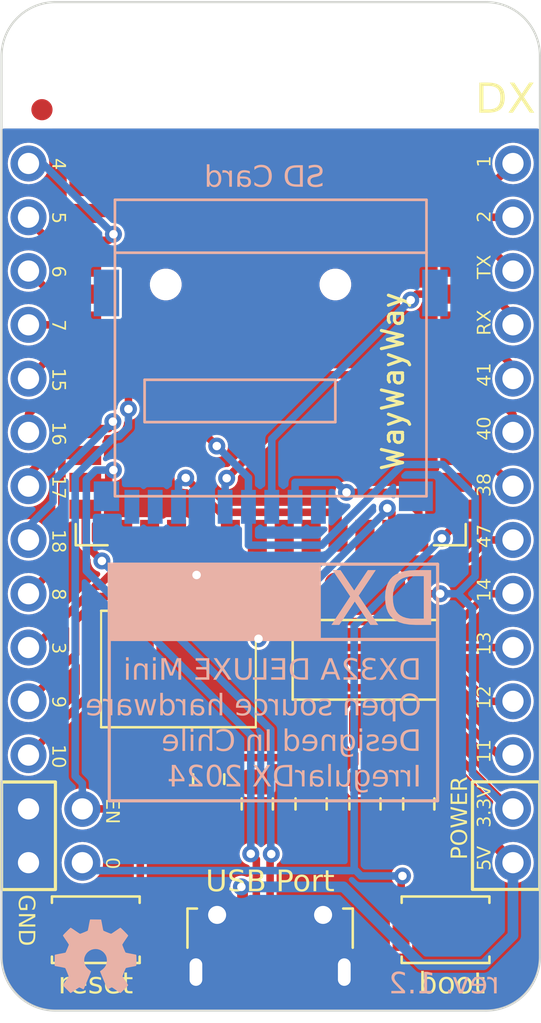
<source format=kicad_pcb>
(kicad_pcb (version 20240108) (generator "pcbnew") (generator_version "8.0")
  (layers (0 "F.Cu" signal) (31 "B.Cu" signal) (34 "B.Paste" user) (35 "F.Paste" user) (36 "B.SilkS" user "B.Silkscreen") (37 "F.SilkS" user "F.Silkscreen") (38 "B.Mask" user) (39 "F.Mask" user) (44 "Edge.Cuts" user))
  (net 0 "")
  (net 1 "/RESET")
  (net 2 "GND")
  (net 3 "+5V")
  (net 4 "+3.3V")
  (net 6 "/RGB_LED")
  (net 7 "/USB_D-")
  (net 9 "/USB_D+")
  (net 10 "/SD_MISO_DO")
  (net 11 "/SD_CS")
  (net 12 "/SD_CLK")
  (net 13 "/SD_MOSI_DI")
  (net 14 "/GPIO10")
  (net 15 "/GPIO8")
  (net 16 "/GPIO5")
  (net 17 "/GPIO6")
  (net 18 "/GPIO16")
  (net 19 "/GPIO18")
  (net 20 "/GPIO3")
  (net 21 "/GPIO4")
  (net 22 "/GPIO15")
  (net 23 "/GPIO7")
  (net 24 "/GPIO9")
  (net 25 "/GPIO17")
  (net 26 "/GPIO12")
  (net 27 "/GPIO38")
  (net 28 "/GPIO11")
  (net 29 "/IO_TX")
  (net 30 "/GPIO13")
  (net 31 "/IO_RX")
  (net 32 "/GPIO14")
  (net 33 "/GPIO41")
  (net 34 "/GPIO47")
  (net 35 "/GPIO2")
  (net 36 "/GPIO1")
  (net 37 "/GPIO40")
  (net 38 "/BOOT")
  (footprint "Capacitor_SMD:C_0805_2012Metric_Pad1.18x1.45mm_HandSolder" (layer "F.Cu") (at 197.492349 117.249849 -90)
    (property "Reference" "C2" (hide yes))
    (property "Value" "10uF" (hide yes))
    (pad "1" smd roundrect (at -1.0375 0 270) (size 1.175 1.45) (layers "F.Cu" "F.Paste" "F.Mask") (roundrect_rratio 0.2127659574) (net 3 "+5V"))
    (pad "2" smd roundrect (at 1.0375 0 270) (size 1.175 1.45) (layers "F.Cu" "F.Paste" "F.Mask") (roundrect_rratio 0.2127659574) (net 2 "GND"))
  )
  (footprint "Package_TO_SOT_SMD:SOT-223-3_TabPin2" (layer "F.Cu") (at 194.952349 110.472349 90)
    (property "Reference" "U2" (hide yes))
    (property "Value" "AMS1117-3.3" (hide yes))
    (pad "1" smd roundrect (at -3.15 -2.3 90) (size 2 1.5) (layers "F.Cu" "F.Paste" "F.Mask") (net 2 "GND"))
    (pad "2" smd roundrect (at -3.15 0 90) (size 2 1.5) (layers "F.Cu" "F.Paste" "F.Mask") (net 4 "+3.3V"))
    (pad "2" smd roundrect (at 3.15 0 90) (size 2 3.8) (layers "F.Cu" "F.Paste" "F.Mask") (net 4 "+3.3V"))
    (pad "3" smd roundrect (at -3.15 2.3 90) (size 2 1.5) (layers "F.Cu" "F.Paste" "F.Mask") (net 3 "+5V"))
  )
  (footprint "MountingHole:MountingHole_2.1mm" (layer "F.Cu") (at 201.302349 81.287349)
    (property "Reference" "anotherhole" (hide yes))
    (property "Value" "MountingHole_2.1mm" (hide yes))
    (pad "" np_thru_hole circle (at 0 0) (size 2.1 2.1) (drill 2.1) (layers "*.Cu" "*.Mask"))
  )
  (footprint "Connector_PinHeader_2.54mm:PinHeader_1x14_P2.54mm_Vertical" (layer "F.Cu") (at 201.937349 120.022349 180)
    (property "Reference" "J4" (hide yes))
    (property "Value" "GPIO - Right" (hide yes))
    (pad "1" thru_hole oval (at 0 0 180) (size 1.7 1.7) (drill 1) (layers "*.Cu" "*.Mask") (net 3 "+5V"))
    (pad "2" thru_hole oval (at 0 2.54 180) (size 1.7 1.7) (drill 1) (layers "*.Cu" "*.Mask") (net 4 "+3.3V"))
    (pad "3" thru_hole oval (at 0 5.08 180) (size 1.7 1.7) (drill 1) (layers "*.Cu" "*.Mask") (net 28 "/GPIO11"))
    (pad "4" thru_hole oval (at 0 7.62 180) (size 1.7 1.7) (drill 1) (layers "*.Cu" "*.Mask") (net 26 "/GPIO12"))
    (pad "5" thru_hole oval (at 0 10.16 180) (size 1.7 1.7) (drill 1) (layers "*.Cu" "*.Mask") (net 30 "/GPIO13"))
    (pad "6" thru_hole oval (at 0 12.7 180) (size 1.7 1.7) (drill 1) (layers "*.Cu" "*.Mask") (net 32 "/GPIO14"))
    (pad "7" thru_hole oval (at 0 15.24 180) (size 1.7 1.7) (drill 1) (layers "*.Cu" "*.Mask") (net 34 "/GPIO47"))
    (pad "8" thru_hole oval (at 0 17.78 180) (size 1.7 1.7) (drill 1) (layers "*.Cu" "*.Mask") (net 27 "/GPIO38"))
    (pad "9" thru_hole oval (at 0 20.32 180) (size 1.7 1.7) (drill 1) (layers "*.Cu" "*.Mask") (net 37 "/GPIO40"))
    (pad "10" thru_hole oval (at 0 22.86 180) (size 1.7 1.7) (drill 1) (layers "*.Cu" "*.Mask") (net 33 "/GPIO41"))
    (pad "11" thru_hole oval (at 0 25.4 180) (size 1.7 1.7) (drill 1) (layers "*.Cu" "*.Mask") (net 31 "/IO_RX"))
    (pad "12" thru_hole oval (at 0 27.94 180) (size 1.7 1.7) (drill 1) (layers "*.Cu" "*.Mask") (net 29 "/IO_TX"))
    (pad "13" thru_hole oval (at 0 30.48 180) (size 1.7 1.7) (drill 1) (layers "*.Cu" "*.Mask") (net 35 "/GPIO2"))
    (pad "14" thru_hole oval (at 0 33.02 180) (size 1.7 1.7) (drill 1) (layers "*.Cu" "*.Mask") (net 36 "/GPIO1"))
  )
  (footprint "Resistor_SMD:R_0805_2012Metric_Pad1.20x1.40mm_HandSolder" (layer "F.Cu") (at 187.579 116.078 -90)
    (property "Reference" "R1" (hide yes))
    (property "Value" "10k" (hide yes))
    (pad "1" smd roundrect (at -1 0 270) (size 1.2 1.4) (layers "F.Cu" "F.Paste" "F.Mask") (roundrect_rratio 0.2083333333) (net 4 "+3.3V"))
    (pad "2" smd roundrect (at 1 0 270) (size 1.2 1.4) (layers "F.Cu" "F.Paste" "F.Mask") (roundrect_rratio 0.2083333333) (net 1 "/RESET"))
  )
  (footprint "Capacitor_SMD:C_0805_2012Metric_Pad1.18x1.45mm_HandSolder" (layer "F.Cu") (at 192.412349 117.249849 90)
    (property "Reference" "C4" (hide yes))
    (property "Value" "10uF" (hide yes))
    (pad "1" smd roundrect (at -1.0375 0 90) (size 1.175 1.45) (layers "F.Cu" "F.Paste" "F.Mask") (roundrect_rratio 0.2127659574) (net 2 "GND"))
    (pad "2" smd roundrect (at 1.0375 0 90) (size 1.175 1.45) (layers "F.Cu" "F.Paste" "F.Mask") (roundrect_rratio 0.2127659574) (net 4 "+3.3V"))
  )
  (footprint "Capacitor_SMD:C_0805_2012Metric_Pad1.18x1.45mm_HandSolder" (layer "F.Cu") (at 189.872349 117.249849 -90)
    (property "Reference" "C1" (hide yes))
    (property "Value" "1uF" (hide yes))
    (pad "1" smd roundrect (at -1.0375 0 270) (size 1.175 1.45) (layers "F.Cu" "F.Paste" "F.Mask") (roundrect_rratio 0.2127659574) (net 1 "/RESET"))
    (pad "2" smd roundrect (at 1.0375 0 270) (size 1.175 1.45) (layers "F.Cu" "F.Paste" "F.Mask") (roundrect_rratio 0.2127659574) (net 2 "GND"))
  )
  (footprint "MountingHole:MountingHole_2.1mm" (layer "F.Cu") (at 179.712349 81.287349)
    (property "Reference" "hole" (hide yes))
    (property "Value" "MountingHole_2.1mm" (hide yes))
    (pad "" np_thru_hole circle (at 0 0) (size 2.1 2.1) (drill 2.1) (layers "*.Cu" "*.Mask"))
  )
  (footprint "Capacitor_SMD:C_0805_2012Metric_Pad1.18x1.45mm_HandSolder" (layer "F.Cu") (at 194.952349 117.249849 -90)
    (property "Reference" "C3" (hide yes))
    (property "Value" "10uF" (hide yes))
    (pad "1" smd roundrect (at -1.0375 0 270) (size 1.175 1.45) (layers "F.Cu" "F.Paste" "F.Mask") (roundrect_rratio 0.2127659574) (net 4 "+3.3V"))
    (pad "2" smd roundrect (at 1.0375 0 270) (size 1.175 1.45) (layers "F.Cu" "F.Paste" "F.Mask") (roundrect_rratio 0.2127659574) (net 2 "GND"))
  )
  (footprint "Button_Switch_SMD:SW_Push_SPST_NO_Alps_SKRK" (layer "F.Cu") (at 182.252349 123.19 180)
    (property "Reference" "SW1" (hide yes))
    (property "Value" "reset" (hide yes))
    (fp_text user "reset" (at 1.778 -3.175 0) (layer "F.SilkS") (effects (font (thickness 0.1)) (justify left bottom)))
    (pad "1" smd roundrect (at -2.1 0 180) (size 0.8 2) (layers "F.Cu" "F.Paste" "F.Mask") (net 1 "/RESET"))
    (pad "2" smd roundrect (at 2.1 0 180) (size 0.8 2) (layers "F.Cu" "F.Paste" "F.Mask") (net 2 "GND"))
  )
  (footprint "LED_SMD:LED_WS2812B_PLCC4_5.0x5.0mm_P3.2mm" (layer "F.Cu") (at 186.152349 110.877349)
    (property "Reference" "D1" (hide yes))
    (property "Value" "WS2812B" (hide yes))
    (fp_text user "RGB Led" (at -2.54 -3.048 0) (layer "F.SilkS") (effects (font (thickness 0.1)) (justify left bottom)))
    (pad "1" smd rect (at -2.45 -1.65) (size 1.5 0.9) (layers "F.Cu" "F.Paste" "F.Mask") (net 4 "+3.3V"))
    (pad "2" smd rect (at -2.45 1.65) (size 1.5 0.9) (layers "F.Cu" "F.Paste" "F.Mask"))
    (pad "3" smd rect (at 2.45 1.65) (size 1.5 0.9) (layers "F.Cu" "F.Paste" "F.Mask") (net 2 "GND"))
    (pad "4" smd rect (at 2.45 -1.65) (size 1.5 0.9) (layers "F.Cu" "F.Paste" "F.Mask") (net 6 "/RGB_LED"))
  )
  (footprint "Fiducial:Fiducial_1mm_Mask2mm" (layer "F.Cu") (at 179.712349 84.462349)
    (property "Reference" "fid" (hide yes))
    (property "Value" "Fiducial_1mm_Mask2mm" (hide yes))
    (pad "" smd circle (at 0 0) (size 1 1) (layers "F.Cu" "F.Mask") (clearance 0.5))
  )
  (footprint "Connector_PinHeader_2.54mm:PinHeader_1x02_P2.54mm_Vertical" (layer "F.Cu") (at 181.617349 117.482349)
    (property "Reference" "J5" (hide yes))
    (property "Value" "Reset and Boot pins" (hide yes))
    (pad "1" thru_hole oval (at 0 0) (size 1.7 1.7) (drill 1) (layers "*.Cu" "*.Mask") (net 1 "/RESET"))
    (pad "2" thru_hole oval (at 0 2.54) (size 1.7 1.7) (drill 1) (layers "*.Cu" "*.Mask") (net 38 "/BOOT"))
  )
  (footprint "Connector_PinHeader_2.54mm:PinHeader_1x14_P2.54mm_Vertical" (layer "F.Cu") (at 179.077349 87.002349)
    (property "Reference" "J3" (hide yes))
    (property "Value" "GPIO - Left" (hide yes))
    (pad "1" thru_hole oval (at 0 0) (size 1.7 1.7) (drill 1) (layers "*.Cu" "*.Mask") (net 21 "/GPIO4"))
    (pad "2" thru_hole oval (at 0 2.54) (size 1.7 1.7) (drill 1) (layers "*.Cu" "*.Mask") (net 16 "/GPIO5"))
    (pad "3" thru_hole oval (at 0 5.08) (size 1.7 1.7) (drill 1) (layers "*.Cu" "*.Mask") (net 17 "/GPIO6"))
    (pad "4" thru_hole oval (at 0 7.62) (size 1.7 1.7) (drill 1) (layers "*.Cu" "*.Mask") (net 23 "/GPIO7"))
    (pad "5" thru_hole oval (at 0 10.16) (size 1.7 1.7) (drill 1) (layers "*.Cu" "*.Mask") (net 22 "/GPIO15"))
    (pad "6" thru_hole oval (at 0 12.7) (size 1.7 1.7) (drill 1) (layers "*.Cu" "*.Mask") (net 18 "/GPIO16"))
    (pad "7" thru_hole oval (at 0 15.24) (size 1.7 1.7) (drill 1) (layers "*.Cu" "*.Mask") (net 25 "/GPIO17"))
    (pad "8" thru_hole oval (at 0 17.78) (size 1.7 1.7) (drill 1) (layers "*.Cu" "*.Mask") (net 19 "/GPIO18"))
    (pad "9" thru_hole oval (at 0 20.32) (size 1.7 1.7) (drill 1) (layers "*.Cu" "*.Mask") (net 15 "/GPIO8"))
    (pad "10" thru_hole oval (at 0 22.86) (size 1.7 1.7) (drill 1) (layers "*.Cu" "*.Mask") (net 20 "/GPIO3"))
    (pad "11" thru_hole oval (at 0 25.4) (size 1.7 1.7) (drill 1) (layers "*.Cu" "*.Mask") (net 24 "/GPIO9"))
    (pad "12" thru_hole oval (at 0 27.94) (size 1.7 1.7) (drill 1) (layers "*.Cu" "*.Mask") (net 14 "/GPIO10"))
    (pad "13" thru_hole oval (at 0 30.48) (size 1.7 1.7) (drill 1) (layers "*.Cu" "*.Mask") (net 2 "GND"))
    (pad "14" thru_hole oval (at 0 33.02) (size 1.7 1.7) (drill 1) (layers "*.Cu" "*.Mask") (net 2 "GND"))
  )
  (footprint "RF_Module:ESP32-S3-WROOM-1" (layer "F.Cu") (at 190.507349 92.082349)
    (property "Reference" "U1" (hide yes))
    (property "Value" "ESP32-S3-WROOM-1" (hide yes))
    (pad "1" smd rect (at -8.75 -5.26) (size 1.5 0.9) (layers "F.Cu" "F.Paste" "F.Mask") (net 2 "GND"))
    (pad "2" smd rect (at -8.75 -3.99) (size 1.5 0.9) (layers "F.Cu" "F.Paste" "F.Mask") (net 4 "+3.3V"))
    (pad "3" smd rect (at -8.75 -2.72) (size 1.5 0.9) (layers "F.Cu" "F.Paste" "F.Mask") (net 1 "/RESET"))
    (pad "4" smd rect (at -8.75 -1.45) (size 1.5 0.9) (layers "F.Cu" "F.Paste" "F.Mask") (net 21 "/GPIO4"))
    (pad "5" smd rect (at -8.75 -0.18) (size 1.5 0.9) (layers "F.Cu" "F.Paste" "F.Mask") (net 16 "/GPIO5"))
    (pad "6" smd rect (at -8.75 1.09) (size 1.5 0.9) (layers "F.Cu" "F.Paste" "F.Mask") (net 17 "/GPIO6"))
    (pad "7" smd rect (at -8.75 2.36) (size 1.5 0.9) (layers "F.Cu" "F.Paste" "F.Mask") (net 23 "/GPIO7"))
    (pad "8" smd rect (at -8.75 3.63) (size 1.5 0.9) (layers "F.Cu" "F.Paste" "F.Mask") (net 22 "/GPIO15"))
    (pad "9" smd rect (at -8.75 4.9) (size 1.5 0.9) (layers "F.Cu" "F.Paste" "F.Mask") (net 18 "/GPIO16"))
    (pad "10" smd rect (at -8.75 6.17) (size 1.5 0.9) (layers "F.Cu" "F.Paste" "F.Mask") (net 25 "/GPIO17"))
    (pad "11" smd rect (at -8.75 7.44) (size 1.5 0.9) (layers "F.Cu" "F.Paste" "F.Mask") (net 19 "/GPIO18"))
    (pad "12" smd rect (at -8.75 8.71) (size 1.5 0.9) (layers "F.Cu" "F.Paste" "F.Mask") (net 15 "/GPIO8"))
    (pad "13" smd rect (at -8.75 9.98) (size 1.5 0.9) (layers "F.Cu" "F.Paste" "F.Mask") (net 7 "/USB_D-"))
    (pad "14" smd rect (at -8.75 11.25 180) (size 1.5 0.9) (layers "F.Cu" "F.Paste" "F.Mask") (net 9 "/USB_D+"))
    (pad "15" smd rect (at -6.985 12.5 270) (size 1.5 0.9) (layers "F.Cu" "F.Paste" "F.Mask") (net 20 "/GPIO3"))
    (pad "16" smd rect (at -5.715 12.5 270) (size 1.5 0.9) (layers "F.Cu" "F.Paste" "F.Mask"))
    (pad "17" smd rect (at -4.445 12.5 270) (size 1.5 0.9) (layers "F.Cu" "F.Paste" "F.Mask") (net 24 "/GPIO9"))
    (pad "18" smd rect (at -3.175 12.5 270) (size 1.5 0.9) (layers "F.Cu" "F.Paste" "F.Mask") (net 14 "/GPIO10"))
    (pad "19" smd rect (at -1.905 12.5 270) (size 1.5 0.9) (layers "F.Cu" "F.Paste" "F.Mask") (net 28 "/GPIO11"))
    (pad "20" smd rect (at -0.635 12.5 270) (size 1.5 0.9) (layers "F.Cu" "F.Paste" "F.Mask") (net 26 "/GPIO12"))
    (pad "21" smd rect (at 0.635 12.5 270) (size 1.5 0.9) (layers "F.Cu" "F.Paste" "F.Mask") (net 30 "/GPIO13"))
    (pad "22" smd rect (at 1.905 12.5 270) (size 1.5 0.9) (layers "F.Cu" "F.Paste" "F.Mask") (net 32 "/GPIO14"))
    (pad "23" smd rect (at 3.175 12.5 270) (size 1.5 0.9) (layers "F.Cu" "F.Paste" "F.Mask") (net 10 "/SD_MISO_DO"))
    (pad "24" smd rect (at 4.445 12.5 270) (size 1.5 0.9) (layers "F.Cu" "F.Paste" "F.Mask") (net 34 "/GPIO47"))
    (pad "25" smd rect (at 5.715 12.5 270) (size 1.5 0.9) (layers "F.Cu" "F.Paste" "F.Mask") (net 6 "/RGB_LED"))
    (pad "26" smd rect (at 6.985 12.5 270) (size 1.5 0.9) (layers "F.Cu" "F.Paste" "F.Mask") (net 11 "/SD_CS"))
    (pad "27" smd rect (at 8.75 11.25) (size 1.5 0.9) (layers "F.Cu" "F.Paste" "F.Mask") (net 38 "/BOOT"))
    (pad "28" smd rect (at 8.75 9.98) (size 1.5 0.9) (layers "F.Cu" "F.Paste" "F.Mask"))
    (pad "29" smd rect (at 8.75 8.71) (size 1.5 0.9) (layers "F.Cu" "F.Paste" "F.Mask"))
    (pad "30" smd rect (at 8.75 7.44) (size 1.5 0.9) (layers "F.Cu" "F.Paste" "F.Mask"))
    (pad "31" smd rect (at 8.75 6.17) (size 1.5 0.9) (layers "F.Cu" "F.Paste" "F.Mask") (net 27 "/GPIO38"))
    (pad "32" smd rect (at 8.75 4.9) (size 1.5 0.9) (layers "F.Cu" "F.Paste" "F.Mask") (net 12 "/SD_CLK"))
    (pad "33" smd rect (at 8.75 3.63) (size 1.5 0.9) (layers "F.Cu" "F.Paste" "F.Mask") (net 37 "/GPIO40"))
    (pad "34" smd rect (at 8.75 2.36) (size 1.5 0.9) (layers "F.Cu" "F.Paste" "F.Mask") (net 33 "/GPIO41"))
    (pad "35" smd rect (at 8.75 1.09) (size 1.5 0.9) (layers "F.Cu" "F.Paste" "F.Mask") (net 13 "/SD_MOSI_DI"))
    (pad "36" smd rect (at 8.75 -0.18) (size 1.5 0.9) (layers "F.Cu" "F.Paste" "F.Mask") (net 31 "/IO_RX"))
    (pad "37" smd rect (at 8.75 -1.45) (size 1.5 0.9) (layers "F.Cu" "F.Paste" "F.Mask") (net 29 "/IO_TX"))
    (pad "38" smd rect (at 8.75 -2.72) (size 1.5 0.9) (layers "F.Cu" "F.Paste" "F.Mask") (net 35 "/GPIO2"))
    (pad "39" smd rect (at 8.75 -3.99) (size 1.5 0.9) (layers "F.Cu" "F.Paste" "F.Mask") (net 36 "/GPIO1"))
    (pad "40" smd rect (at 8.75 -5.26) (size 1.5 0.9) (layers "F.Cu" "F.Paste" "F.Mask") (net 2 "GND"))
    (pad "41" smd rect (at -1.5 2.46 270) (size 3.9 3.9) (layers "F.Cu" "F.Mask") (net 2 "GND"))
    (zone (net 0) (net_name "") (layers "F.Cu" "In1.Cu" "B.Cu") (connect_pads (clearance 0)) (min_thickness 0.254)
      (keepout (tracks not_allowed) (vias not_allowed) (pads not_allowed) (copperpour not_allowed) (footprints not_allowed))
      (fill (thermal_gap 0.508) (thermal_bridge_width 0.508))
      (polygon (pts (xy 181.617349 85.332349) (xy 199.397349 85.332349) (xy 199.397349 79.382349) (xy 181.617349 79.382349)))
    )
  )
  (footprint "Button_Switch_SMD:SW_Push_SPST_NO_Alps_SKRK" (layer "F.Cu") (at 198.755 123.19)
    (property "Reference" "SW2" (hide yes))
    (property "Value" "boot" (hide yes))
    (fp_text user "boot" (at -1.277349 3.175 0) (layer "F.SilkS") (effects (font (thickness 0.1)) (justify left bottom)))
    (pad "1" smd roundrect (at -2.1 0) (size 0.8 2) (layers "F.Cu" "F.Paste" "F.Mask") (net 38 "/BOOT"))
    (pad "2" smd roundrect (at 2.1 0) (size 0.8 2) (layers "F.Cu" "F.Paste" "F.Mask") (net 2 "GND"))
  )
  (footprint "Connector_USB:USB_Micro-B_Molex-105017-0001" (layer "F.Cu") (at 190.477349 123.952)
    (property "Reference" "J1" (hide yes))
    (property "Value" "USB_B_Micro" (hide yes))
    (fp_text user "USB Port" (at 0 -2.413 0) (layer "F.SilkS") (effects (font (thickness 0.1)) (justify bottom)))
    (pad "1" smd rect (at -1.3 -1.4625) (size 0.4 1.35) (layers "F.Cu" "F.Paste" "F.Mask") (net 3 "+5V"))
    (pad "2" smd rect (at -0.65 -1.4625) (size 0.4 1.35) (layers "F.Cu" "F.Paste" "F.Mask") (net 7 "/USB_D-"))
    (pad "3" smd rect (at 0 -1.4625) (size 0.4 1.35) (layers "F.Cu" "F.Paste" "F.Mask") (net 9 "/USB_D+"))
    (pad "4" smd rect (at 0.65 -1.4625) (size 0.4 1.35) (layers "F.Cu" "F.Paste" "F.Mask"))
    (pad "5" smd rect (at 1.3 -1.4625) (size 0.4 1.35) (layers "F.Cu" "F.Paste" "F.Mask") (net 2 "GND"))
    (pad "6" thru_hole oval (at -3.5 1.2375 180) (size 1.2 1.9) (drill oval 0.6 1.3) (layers "*.Cu" "*.Mask") (net 2 "GND"))
    (pad "6" smd rect (at -2.9 1.2375) (size 1.2 1.9) (layers "F.Cu" "F.Mask") (net 2 "GND"))
    (pad "6" thru_hole circle (at -2.5 -1.4625) (size 1.45 1.45) (drill 0.85) (layers "*.Cu" "*.Mask") (net 2 "GND"))
    (pad "6" smd rect (at -1 1.2375) (size 1.5 1.9) (layers "F.Cu" "F.Paste" "F.Mask") (net 2 "GND"))
    (pad "6" smd rect (at 1 1.2375) (size 1.5 1.9) (layers "F.Cu" "F.Paste" "F.Mask") (net 2 "GND"))
    (pad "6" thru_hole circle (at 2.5 -1.4625) (size 1.45 1.45) (drill 0.85) (layers "*.Cu" "*.Mask") (net 2 "GND"))
    (pad "6" smd rect (at 2.9 1.2375) (size 1.2 1.9) (layers "F.Cu" "F.Mask") (net 2 "GND"))
    (pad "6" thru_hole oval (at 3.5 1.2375) (size 1.2 1.9) (drill oval 0.6 1.3) (layers "*.Cu" "*.Mask") (net 2 "GND"))
  )
  (footprint "LOGO" (layer "B.Cu") (at 182.252349 124.467349 180)
    (property "Reference" "G***" (hide yes))
    (property "Value" "LOGO" (hide yes))
  )
  (footprint "112J-TDAR-R01:112J-TDAR-R01" (layer "B.Cu") (at 185.555349 92.717349)
    (property "Reference" "J2" (hide yes))
    (property "Value" "MicroSD Card" (hide yes))
    (pad "" np_thru_hole circle (at 0 0) (size 1 1) (drill 1) (layers "*.Cu" "*.Mask"))
    (pad "" np_thru_hole circle (at 8 0) (size 1 1) (drill 1) (layers "*.Cu" "*.Mask"))
    (pad "1" smd rect (at 7.2 10.5) (size 0.7 1.6) (layers "B.Cu" "B.Paste" "B.Mask"))
    (pad "2" smd rect (at 6.1 10.5) (size 0.7 1.6) (layers "B.Cu" "B.Paste" "B.Mask") (net 11 "/SD_CS"))
    (pad "3" smd rect (at 5 10.5) (size 0.7 1.6) (layers "B.Cu" "B.Paste" "B.Mask") (net 13 "/SD_MOSI_DI"))
    (pad "4" smd rect (at 3.9 10.5) (size 0.7 1.6) (layers "B.Cu" "B.Paste" "B.Mask") (net 4 "+3.3V"))
    (pad "5" smd rect (at 2.8 10.5) (size 0.7 1.6) (layers "B.Cu" "B.Paste" "B.Mask") (net 12 "/SD_CLK"))
    (pad "6" smd rect (at 1.7 10.5) (size 0.7 1.6) (layers "B.Cu" "B.Paste" "B.Mask") (net 2 "GND"))
    (pad "7" smd rect (at 0.6 10.5) (size 0.7 1.6) (layers "B.Cu" "B.Paste" "B.Mask") (net 10 "/SD_MISO_DO"))
    (pad "8" smd rect (at -0.5 10.5) (size 0.7 1.6) (layers "B.Cu" "B.Paste" "B.Mask"))
    (pad "CD" smd rect (at -1.6 10.5) (size 0.7 1.6) (layers "B.Cu" "B.Paste" "B.Mask"))
    (pad "G" smd rect (at -2.8 10) (size 1.2 1.4) (layers "B.Cu" "B.Paste" "B.Mask"))
    (pad "P$10" smd rect (at 11.8 10) (size 1.6 1.4) (layers "B.Cu" "B.Paste" "B.Mask"))
    (pad "P$11" smd rect (at -2.8 0.4) (size 1.2 2.2) (layers "B.Cu" "B.Paste" "B.Mask"))
    (pad "P$12" smd rect (at 12.7 0.4) (size 1.2 2.2) (layers "B.Cu" "B.Paste" "B.Mask"))
  )
  (gr_line (start 198.381349 105.925349) (end 192.793349 105.925349) (stroke (width 0.15)) (layer "B.SilkS"))
  (gr_line (start 198.381349 117.101349) (end 182.887349 117.101349) (stroke (width 0.15)) (layer "B.SilkS"))
  (gr_line (start 182.887349 117.101349) (end 182.887349 109.481349) (stroke (width 0.15)) (layer "B.SilkS"))
  (gr_rect (start 182.887349 105.925349) (end 192.793349 109.481349) (stroke (width 0.15)) (fill none) (layer "B.SilkS"))
  (gr_line (start 198.381349 109.735349) (end 198.381349 105.925349) (stroke (width 0.15)) (layer "B.SilkS"))
  (gr_line (start 183.141349 109.481349) (end 198.381349 109.481349) (stroke (width 0.15)) (layer "B.SilkS"))
  (gr_line (start 192.793349 105.925349) (end 192.793349 109.481349) (stroke (width 0.15)) (layer "B.SilkS"))
  (gr_line (start 192.793349 109.481349) (end 198.381349 109.481349) (stroke (width 0.15)) (layer "B.SilkS"))
  (gr_line (start 198.381349 109.735349) (end 198.381349 117.101349) (stroke (width 0.15)) (layer "B.SilkS"))
  (gr_line (start 200.025 116.205) (end 200.025 121.285) (stroke (width 0.15)) (layer "F.SilkS"))
  (gr_line (start 200.025 121.285) (end 203.2 121.285) (stroke (width 0.15)) (layer "F.SilkS"))
  (gr_rect (start 177.807349 116.212349) (end 180.347349 121.292349) (stroke (width 0.15)) (fill none) (layer "F.SilkS"))
  (gr_line (start 203.2 121.285) (end 203.2 116.205) (stroke (width 0.15)) (layer "F.SilkS"))
  (gr_line (start 200.66 116.205) (end 200.025 116.205) (stroke (width 0.15)) (layer "F.SilkS"))
  (gr_rect (start 177.807349 116.212349) (end 180.347349 116.212349) (stroke (width 0.15)) (fill none) (layer "F.SilkS"))
  (gr_line (start 203.2 116.205) (end 200.66 116.205) (stroke (width 0.15)) (layer "F.SilkS"))
  (gr_line (start 177.807349 81.922349) (end 177.807349 124.467349) (stroke (width 0.1)) (layer "Edge.Cuts"))
  (gr_arc (start 177.807349 81.922349) (mid 178.551298 80.126298) (end 180.347349 79.382349) (stroke (width 0.1)) (layer "Edge.Cuts"))
  (gr_arc (start 200.667349 79.382349) (mid 202.4634 80.126298) (end 203.207349 81.922349) (stroke (width 0.1)) (layer "Edge.Cuts"))
  (gr_arc (start 180.347349 127.007349) (mid 178.551298 126.2634) (end 177.807349 124.467349) (stroke (width 0.1)) (layer "Edge.Cuts"))
  (gr_line (start 203.207349 124.467349) (end 203.207349 81.922349) (stroke (width 0.1)) (layer "Edge.Cuts"))
  (gr_line (start 200.667349 79.382349) (end 180.347349 79.382349) (stroke (width 0.1)) (layer "Edge.Cuts"))
  (gr_line (start 180.347349 127.007349) (end 200.667349 127.007349) (stroke (width 0.1)) (layer "Edge.Cuts"))
  (gr_arc (start 203.207349 124.467349) (mid 202.4634 126.2634) (end 200.667349 127.007349) (stroke (width 0.1)) (layer "Edge.Cuts"))
  (gr_text "DX" (at 195.841349 109.227349 0) (layer "B.SilkS") (effects (font (size 2.54 2.54) (thickness 0.15) (italic yes)) (justify bottom mirror)))
  (gr_text "DX32A DELUXE Mini \nOpen source hardware\nDesigned In Chile\nIrregularDX 2024" (at 197.619349 116.593349 0) (layer "B.SilkS") (effects (font (size 1 1)) (justify left bottom mirror)))
  (gr_text "SD Card" (at 193.047349 88.272349 0) (layer "B.SilkS") (effects (font (size 1 1)) (justify left bottom mirror)))
  (gr_text "rev. 1.2" (at 201.295 126.365 0) (layer "B.SilkS") (effects (font (size 1 1)) (justify left bottom mirror)))
  (gr_text "RX" (at 200.984798 95.130349 90) (layer "F.SilkS") (effects (font (size 0.635 0.635) (thickness 0.127)) (justify left bottom)))
  (gr_text "WayWayWay" (at 196.857349 101.607349 90) (layer "F.SilkS") (effects (font (size 1 1)) (justify left bottom)))
  (gr_text "47" (at 200.984798 105.163349 90) (layer "F.SilkS") (effects (font (size 0.635 0.635) (thickness 0.127)) (justify left bottom)))
  (gr_text "DX" (at 200.159349 84.843349 0) (layer "F.SilkS") (effects (font (size 1.397 1.397) (thickness 0.15) (italic yes)) (justify left bottom)))
  (gr_text "15" (at 180.093349 96.654349 270) (layer "F.SilkS") (effects (font (size 0.635 0.635) (thickness 0.127)) (justify left bottom)))
  (gr_text "7" (at 180.093349 94.368349 270) (layer "F.SilkS") (effects (font (size 0.635 0.635) (thickness 0.127)) (justify left bottom)))
  (gr_text "TX" (at 200.984798 92.463349 90) (layer "F.SilkS") (effects (font (size 0.635 0.635) (thickness 0.127)) (justify left bottom)))
  (gr_text "3" (at 180.093349 109.608349 270) (layer "F.SilkS") (effects (font (size 0.635 0.635) (thickness 0.127)) (justify left bottom)))
  (gr_text "14" (at 200.984798 107.703349 90) (layer "F.SilkS") (effects (font (size 0.635 0.635) (thickness 0.127)) (justify left bottom)))
  (gr_text "13" (at 200.984798 110.243349 90) (layer "F.SilkS") (effects (font (size 0.635 0.635) (thickness 0.127)) (justify left bottom)))
  (gr_text "4" (at 180.093349 86.748349 270) (layer "F.SilkS") (effects (font (size 0.635 0.635) (thickness 0.127)) (justify left bottom)))
  (gr_text "GND" (at 178.492622 121.521536 270) (layer "F.SilkS") (effects (font (size 0.762 0.762) (thickness 0.127)) (justify left bottom)))
  (gr_text "0\n" (at 182.633349 119.768349 270) (layer "F.SilkS") (effects (font (size 0.635 0.635) (thickness 0.127)) (justify left bottom)))
  (gr_text "41\n" (at 200.984798 97.543349 90) (layer "F.SilkS") (effects (font (size 0.635 0.635) (thickness 0.127)) (justify left bottom)))
  (gr_text "38" (at 200.984798 102.750349 90) (layer "F.SilkS") (effects (font (size 0.635 0.635) (thickness 0.127)) (justify left bottom)))
  (gr_text "5" (at 180.093349 89.288349 270) (layer "F.SilkS") (effects (font (size 0.635 0.635) (thickness 0.127)) (justify left bottom)))
  (gr_text "12" (at 200.984798 112.783349 90) (layer "F.SilkS") (effects (font (size 0.635 0.635) (thickness 0.127)) (justify left bottom)))
  (gr_text "10\n" (at 180.093349 114.434349 270) (layer "F.SilkS") (effects (font (size 0.635 0.635) (thickness 0.127)) (justify left bottom)))
  (gr_text "9" (at 180.093349 112.148349 270) (layer "F.SilkS") (effects (font (size 0.635 0.635) (thickness 0.127)) (justify left bottom)))
  (gr_text "8" (at 180.093349 107.068349 270) (layer "F.SilkS") (effects (font (size 0.635 0.635) (thickness 0.127)) (justify left bottom)))
  (gr_text "POWER" (at 199.898 119.888 90) (layer "F.SilkS") (effects (font (size 0.762 0.762) (thickness 0.127)) (justify left bottom)))
  (gr_text "18" (at 180.093349 104.274349 270) (layer "F.SilkS") (effects (font (size 0.635 0.635) (thickness 0.127)) (justify left bottom)))
  (gr_text "16\n" (at 180.093349 99.194349 270) (layer "F.SilkS") (effects (font (size 0.635 0.635) (thickness 0.127)) (justify left bottom)))
  (gr_text "3.3V\n" (at 200.984798 118.371349 90) (layer "F.SilkS") (effects (font (size 0.635 0.635) (thickness 0.127)) (justify left bottom)))
  (gr_text "40\n" (at 200.984798 100.083349 90) (layer "F.SilkS") (effects (font (size 0.635 0.635) (thickness 0.127)) (justify left bottom)))
  (gr_text "11" (at 200.984798 115.323349 90) (layer "F.SilkS") (effects (font (size 0.635 0.635) (thickness 0.127)) (justify left bottom)))
  (gr_text "17\n" (at 180.093349 101.734349 270) (layer "F.SilkS") (effects (font (size 0.635 0.635) (thickness 0.127)) (justify left bottom)))
  (gr_text "6" (at 180.093349 91.828349 270) (layer "F.SilkS") (effects (font (size 0.635 0.635) (thickness 0.127)) (justify left bottom)))
  (gr_text "1" (at 200.984798 87.192536 90) (layer "F.SilkS") (effects (font (size 0.635 0.635) (thickness 0.127)) (justify left bottom)))
  (gr_text "5V\n" (at 200.984798 120.403349 90) (layer "F.SilkS") (effects (font (size 0.635 0.635) (thickness 0.127)) (justify left bottom)))
  (gr_text "2" (at 200.984798 89.796349 90) (layer "F.SilkS") (effects (font (size 0.635 0.635) (thickness 0.127)) (justify left bottom)))
  (gr_text "EN\n" (at 182.633349 116.974349 270) (layer "F.SilkS") (effects (font (size 0.635 0.635) (thickness 0.127)) (justify left bottom)))
  (segment (start 188.444651 116.212349) (end 187.579 117.078) (width 0.3556) (layer "F.Cu") (net 1))
  (segment (start 184.352349 123.19) (end 184.352349 118.847349) (width 0.3556) (layer "F.Cu") (net 1))
  (segment (start 181.757349 89.362349) (end 183.158149 89.362349) (width 0.3556) (layer "F.Cu") (net 1))
  (segment (start 189.872349 116.212349) (end 188.444651 116.212349) (width 0.3556) (layer "F.Cu") (net 1))
  (segment (start 186.952651 118.847349) (end 184.352349 118.847349) (width 0.3556) (layer "F.Cu") (net 1))
  (segment (start 187.579 117.078) (end 187.579 118.221) (width 0.3556) (layer "F.Cu") (net 1))
  (segment (start 183.793049 89.997249) (end 183.793049 98.598949) (width 0.3556) (layer "F.Cu") (net 1))
  (segment (start 183.158149 89.362349) (end 183.793049 89.997249) (width 0.3556) (layer "F.Cu") (net 1))
  (segment (start 187.579 118.221) (end 186.952651 118.847349) (width 0.3556) (layer "F.Cu") (net 1))
  (segment (start 184.187949 118.847349) (end 184.352349 118.847349) (width 0.3556) (layer "F.Cu") (net 1))
  (segment (start 182.822949 117.482349) (end 184.187949 118.847349) (width 0.3556) (layer "F.Cu") (net 1))
  (segment (start 181.617349 117.482349) (end 182.822949 117.482349) (width 0.3556) (layer "F.Cu") (net 1))
  (via (at 183.793049 98.598949) (size 0.8) (drill 0.4) (layers "F.Cu" "B.Cu") (net 1))
  (segment (start 183.350549 99.898749) (end 183.793049 99.456249) (width 0.3556) (layer "B.Cu") (net 1))
  (segment (start 181.280949 101.768049) (end 183.150249 99.898749) (width 0.3556) (layer "B.Cu") (net 1))
  (segment (start 183.793049 99.456249) (end 183.793049 98.598949) (width 0.3556) (layer "B.Cu") (net 1))
  (segment (start 183.150249 99.898749) (end 183.350549 99.898749) (width 0.3556) (layer "B.Cu") (net 1))
  (segment (start 181.617349 116.276749) (end 181.280949 115.940349) (width 0.3556) (layer "B.Cu") (net 1))
  (segment (start 181.617349 117.482349) (end 181.617349 116.276749) (width 0.3556) (layer "B.Cu") (net 1))
  (segment (start 181.280949 115.940349) (end 181.280949 101.768049) (width 0.3556) (layer "B.Cu") (net 1))
  (segment (start 193.977349 125.102349) (end 193.377349 125.102349) (width 0.3556) (layer "F.Cu") (net 2))
  (segment (start 189.007349 95.242349) (end 189.007349 94.542349) (width 0.3556) (layer "F.Cu") (net 2))
  (segment (start 188.307349 95.942349) (end 187.607349 95.242349) (width 0.3556) (layer "F.Cu") (net 2))
  (segment (start 190.407349 93.842349) (end 189.707349 94.542349) (width 0.3556) (layer "F.Cu") (net 2))
  (segment (start 188.307349 94.542349) (end 189.007349 94.542349) (width 0.3556) (layer "F.Cu") (net 2))
  (segment (start 189.007349 94.542349) (end 189.707349 94.542349) (width 0.3556) (layer "F.Cu") (net 2))
  (segment (start 188.307349 94.542349) (end 187.607349 93.842349) (width 0.3556) (layer "F.Cu") (net 2))
  (segment (start 189.007349 94.542349) (end 189.007349 93.842349) (width 0.3556) (layer "F.Cu") (net 2))
  (segment (start 193.377349 125.704849) (end 193.377349 125.096749) (width 0.3556) (layer "F.Cu") (net 2))
  (segment (start 192.977349 122.802349) (end 192.977349 122.402349) (width 0.3556) (layer "F.Cu") (net 2))
  (segment (start 192.977349 118.852349) (end 192.412349 118.287349) (width 0.3556) (layer "F.Cu") (net 2))
  (segment (start 191.477349 125.704849) (end 191.185449 125.704849) (width 0.3556) (layer "F.Cu") (net 2))
  (segment (start 179.077349 117.482349) (end 179.077349 116.712749) (width 0.3556) (layer "F.Cu") (net 2))
  (via (at 187.007749 106.436149) (size 0.8) (drill 0.4) (layers "F.Cu" "B.Cu") (net 2))
  (segment (start 187.977349 122.796749) (end 187.977349 122.402349) (width 0.3556) (layer "B.Cu") (net 2))
  (segment (start 189.177349 121.220149) (end 189.122549 121.165349) (width 0.3556) (layer "F.Cu") (net 3))
  (segment (start 189.177349 122.4895) (end 189.177349 121.220149) (width 0.508) (layer "F.Cu") (net 3))
  (segment (start 197.252349 113.622349) (end 197.252349 115.972349) (width 0.508) (layer "F.Cu") (net 3))
  (segment (start 198.127349 116.212349) (end 201.937349 120.022349) (width 0.508) (layer "F.Cu") (net 3))
  (segment (start 197.252349 115.972349) (end 197.492349 116.212349) (width 0.508) (layer "F.Cu") (net 3))
  (via (at 189.122549 121.165349) (size 0.8) (drill 0.4) (layers "F.Cu" "B.Cu") (net 3))
  (segment (start 197.612 124.841) (end 200.547698 124.841) (width 0.508) (layer "B.Cu") (net 3))
  (segment (start 189.122549 121.165349) (end 193.936349 121.165349) (width 0.508) (layer "B.Cu") (net 3))
  (segment (start 201.937349 123.451349) (end 201.937349 120.022349) (width 0.508) (layer "B.Cu") (net 3))
  (segment (start 200.547698 124.841) (end 201.937349 123.451349) (width 0.508) (layer "B.Cu") (net 3))
  (segment (start 193.936349 121.165349) (end 197.612 124.841) (width 0.508) (layer "B.Cu") (net 3))
  (segment (start 199.170449 114.842449) (end 199.170449 113.561749) (width 0.3556) (layer "F.Cu") (net 4))
  (segment (start 184.277349 96.662249) (end 184.277349 89.506749) (width 0.3556) (layer "F.Cu") (net 4))
  (segment (start 187.375 115.062) (end 184.807949 112.494949) (width 0.3556) (layer "F.Cu") (net 4))
  (segment (start 184.807949 109.227349) (end 183.702349 109.227349) (width 0.3556) (layer "F.Cu") (net 4))
  (segment (start 201.937349 117.482349) (end 201.810349 117.482349) (width 0.3556) (layer "F.Cu") (net 4))
  (segment (start 184.807949 112.494949) (end 184.807949 109.227349) (width 0.3556) (layer "F.Cu") (net 4))
  (segment (start 187.961949 100.346849) (end 184.277349 96.662249) (width 0.3556) (layer "F.Cu") (net 4))
  (segment (start 181.757349 88.092349) (end 182.862949 88.092349) (width 0.3556) (layer "F.Cu") (net 4))
  (segment (start 184.277349 89.506749) (end 182.862949 88.092349) (width 0.3556) (layer "F.Cu") (net 4))
  (segment (start 194.952349 116.212349) (end 192.412349 116.212349) (width 0.3556) (layer "F.Cu") (net 4))
  (segment (start 192.412349 116.212349) (end 191.262 115.062) (width 0.3556) (layer "F.Cu") (net 4))
  (segment (start 194.952349 116.212349) (end 194.952349 113.622349) (width 0.3556) (layer "F.Cu") (net 4))
  (segment (start 196.293749 112.280949) (end 194.952349 113.622349) (width 0.3556) (layer "F.Cu") (net 4))
  (segment (start 197.889649 112.280949) (end 196.293749 112.280949) (width 0.3556) (layer "F.Cu") (net 4))
  (segment (start 191.262 115.062) (end 187.375 115.062) (width 0.3556) (layer "F.Cu") (net 4))
  (segment (start 194.952349 107.322349) (end 198.501 107.322349) (width 0.3556) (layer "F.Cu") (net 4))
  (segment (start 199.170449 113.561749) (end 197.889649 112.280949) (width 0.3556) (layer "F.Cu") (net 4))
  (segment (start 201.810349 117.482349) (end 199.170449 114.842449) (width 0.3556) (layer "F.Cu") (net 4))
  (via (at 198.501 107.322349) (size 0.8) (drill 0.4) (layers "F.Cu" "B.Cu") (net 4))
  (via (at 187.961949 100.346849) (size 0.8) (drill 0.4) (layers "F.Cu" "B.Cu") (net 4))
  (segment (start 199.330149 107.322349) (end 198.501 107.322349) (width 0.3556) (layer "B.Cu") (net 4))
  (segment (start 200.152 102.743) (end 198.628 101.219) (width 0.3556) (layer "B.Cu") (net 4))
  (segment (start 200.025 115.824) (end 200.025 108.0172) (width 0.3556) (layer "B.Cu") (net 4))
  (segment (start 200.152 106.500498) (end 200.152 102.743) (width 0.3556) (layer "B.Cu") (net 4))
  (segment (start 198.628 101.219) (end 196.723 101.219) (width 0.3556) (layer "B.Cu") (net 4))
  (segment (start 189.455349 105.029) (end 189.455349 103.217349) (width 0.3556) (layer "B.Cu") (net 4))
  (segment (start 187.961949 100.346849) (end 189.455349 101.840249) (width 0.3556) (layer "B.Cu") (net 4))
  (segment (start 192.913 105.029) (end 189.455349 105.029) (width 0.3556) (layer "B.Cu") (net 4))
  (segment (start 196.723 101.219) (end 192.913 105.029) (width 0.3556) (layer "B.Cu") (net 4))
  (segment (start 200.025 108.0172) (end 199.330149 107.322349) (width 0.3556) (layer "B.Cu") (net 4))
  (segment (start 201.683349 117.482349) (end 200.025 115.824) (width 0.3556) (layer "B.Cu") (net 4))
  (segment (start 201.937349 117.482349) (end 201.683349 117.482349) (width 0.3556) (layer "B.Cu") (net 4))
  (segment (start 199.330149 107.322349) (end 200.152 106.500498) (width 0.3556) (layer "B.Cu") (net 4))
  (segment (start 189.455349 101.840249) (end 189.455349 103.217349) (width 0.3556) (layer "B.Cu") (net 4))
  (segment (start 196.202449 103.476749) (end 196.006349 103.280649) (width 0.3556) (layer "F.Cu") (net 6))
  (segment (start 196.222349 103.476749) (end 196.202449 103.476749) (width 0.3556) (layer "F.Cu") (net 6))
  (segment (start 189.929949 109.449349) (end 189.707949 109.227349) (width 0.3556) (layer "F.Cu") (net 6))
  (segment (start 196.222349 104.582349) (end 196.222349 103.476749) (width 0.3556) (layer "F.Cu") (net 6))
  (segment (start 188.602349 109.227349) (end 189.707949 109.227349) (width 0.3556) (layer "F.Cu") (net 6))
  (via (at 196.006349 103.280649) (size 0.8) (drill 0.4) (layers "F.Cu" "B.Cu") (net 6))
  (via (at 189.929949 109.449349) (size 0.8) (drill 0.4) (layers "F.Cu" "B.Cu") (net 6))
  (segment (start 196.006349 103.372949) (end 196.006349 103.280649) (width 0.3556) (layer "B.Cu") (net 6))
  (segment (start 189.929949 109.449349) (end 196.006349 103.372949) (width 0.3556) (layer "B.Cu") (net 6))
  (segment (start 182.862949 101.701249) (end 183.082449 101.481749) (width 0.3556) (layer "F.Cu") (net 7))
  (segment (start 189.827349 119.867349) (end 189.565649 119.605649) (width 0.3556) (layer "F.Cu") (net 7))
  (segment (start 182.862949 102.062349) (end 182.862949 101.701249) (width 0.3556) (layer "F.Cu") (net 7))
  (segment (start 189.827349 122.402349) (end 189.827349 119.867349) (width 0.3556) (layer "F.Cu") (net 7))
  (segment (start 181.757349 102.062349) (end 182.862949 102.062349) (width 0.3556) (layer "F.Cu") (net 7))
  (via (at 189.565649 119.605649) (size 0.8) (drill 0.4) (layers "F.Cu" "B.Cu") (net 7))
  (via (at 183.082449 101.481749) (size 0.8) (drill 0.4) (layers "F.Cu" "B.Cu") (net 7))
  (segment (start 183.082449 101.481749) (end 182.254249 101.481749) (width 0.3556) (layer "B.Cu") (net 7))
  (segment (start 182.254249 101.481749) (end 181.807049 101.928949) (width 0.3556) (layer "B.Cu") (net 7))
  (segment (start 189.565649 114.000649) (end 189.565649 119.605649) (width 0.3556) (layer "B.Cu") (net 7))
  (segment (start 181.807049 101.928949) (end 181.807049 106.242049) (width 0.3556) (layer "B.Cu") (net 7))
  (segment (start 181.807049 106.242049) (end 189.565649 114.000649) (width 0.3556) (layer "B.Cu") (net 7))
  (segment (start 181.757349 104.989149) (end 182.540649 105.772449) (width 0.3556) (layer "F.Cu") (net 9))
  (segment (start 190.477349 119.670749) (end 190.477349 122.402349) (width 0.3556) (layer "F.Cu") (net 9))
  (segment (start 190.532149 119.615949) (end 190.477349 119.670749) (width 0.3556) (layer "F.Cu") (net 9))
  (segment (start 181.757349 103.332349) (end 181.757349 104.989149) (width 0.3556) (layer "F.Cu") (net 9))
  (via (at 190.532149 119.615949) (size 0.8) (drill 0.4) (layers "F.Cu" "B.Cu") (net 9))
  (via (at 182.540649 105.772449) (size 0.8) (drill 0.4) (layers "F.Cu" "B.Cu") (net 9))
  (segment (start 190.532149 119.615949) (end 190.508749 119.592549) (width 0.3556) (layer "B.Cu") (net 9))
  (segment (start 190.508749 119.592549) (end 190.508749 113.740549) (width 0.3556) (layer "B.Cu") (net 9))
  (segment (start 190.508749 113.740549) (end 182.540649 105.772449) (width 0.3556) (layer "B.Cu") (net 9))
  (segment (start 188.119449 103.476749) (end 186.495549 101.852849) (width 0.3556) (layer "F.Cu") (net 10))
  (segment (start 193.682349 104.582349) (end 193.682349 103.476749) (width 0.3556) (layer "F.Cu") (net 10))
  (segment (start 193.682349 103.476749) (end 188.119449 103.476749) (width 0.3556) (layer "F.Cu") (net 10))
  (via (at 186.495549 101.852849) (size 0.8) (drill 0.4) (layers "F.Cu" "B.Cu") (net 10))
  (segment (start 186.155349 103.217349) (end 186.155349 102.061749) (width 0.3556) (layer "B.Cu") (net 10))
  (segment (start 186.155349 102.061749) (end 186.286649 102.061749) (width 0.3556) (layer "B.Cu") (net 10))
  (segment (start 186.286649 102.061749) (end 186.495549 101.852849) (width 0.3556) (layer "B.Cu") (net 10))
  (segment (start 197.492349 104.582349) (end 197.492349 103.476749) (width 0.3556) (layer "F.Cu") (net 11))
  (segment (start 196.551549 102.535949) (end 194.082249 102.535949) (width 0.3556) (layer "F.Cu") (net 11))
  (segment (start 197.492349 103.476749) (end 196.551549 102.535949) (width 0.3556) (layer "F.Cu") (net 11))
  (via (at 194.082249 102.535949) (size 0.8) (drill 0.4) (layers "F.Cu" "B.Cu") (net 11))
  (segment (start 191.655349 102.061749) (end 193.608049 102.061749) (width 0.3556) (layer "B.Cu") (net 11))
  (segment (start 193.608049 102.061749) (end 194.082249 102.535949) (width 0.3556) (layer "B.Cu") (net 11))
  (segment (start 191.655349 103.217349) (end 191.655349 102.061749) (width 0.3556) (layer "B.Cu") (net 11))
  (segment (start 193.311749 96.982349) (end 199.257349 96.982349) (width 0.3556) (layer "F.Cu") (net 12))
  (segment (start 188.427849 101.866249) (end 193.311749 96.982349) (width 0.3556) (layer "F.Cu") (net 12))
  (via (at 188.427849 101.866249) (size 0.8) (drill 0.4) (layers "F.Cu" "B.Cu") (net 12))
  (segment (start 188.355349 102.061749) (end 188.355349 101.938749) (width 0.3556) (layer "B.Cu") (net 12))
  (segment (start 188.355349 103.217349) (end 188.355349 102.061749) (width 0.3556) (layer "B.Cu") (net 12))
  (segment (start 188.355349 101.938749) (end 188.427849 101.866249) (width 0.3556) (layer "B.Cu") (net 12))
  (segment (start 197.393649 93.172349) (end 199.257349 93.172349) (width 0.3556) (layer "F.Cu") (net 13))
  (segment (start 197.112249 93.453749) (end 197.393649 93.172349) (width 0.3556) (layer "F.Cu") (net 13))
  (via (at 197.112249 93.453749) (size 0.8) (drill 0.4) (layers "F.Cu" "B.Cu") (net 13))
  (segment (start 190.555349 100.010649) (end 197.112249 93.453749) (width 0.3556) (layer "B.Cu") (net 13))
  (segment (start 190.555349 103.217349) (end 190.555349 100.010649) (width 0.3556) (layer "B.Cu") (net 13))
  (segment (start 182.651749 107.936649) (end 181.804049 108.784349) (width 0.3556) (layer "F.Cu") (net 14))
  (segment (start 186.751949 105.687949) (end 184.503249 107.936649) (width 0.3556) (layer "F.Cu") (net 14))
  (segment (start 187.332349 105.687949) (end 186.751949 105.687949) (width 0.3556) (layer "F.Cu") (net 14))
  (segment (start 187.332349 104.582349) (end 187.332349 105.687949) (width 0.3556) (layer "F.Cu") (net 14))
  (segment (start 184.503249 107.936649) (end 182.651749 107.936649) (width 0.3556) (layer "F.Cu") (net 14))
  (segment (start 181.804049 112.215649) (end 179.077349 114.942349) (width 0.3556) (layer "F.Cu") (net 14))
  (segment (start 181.804049 108.784349) (end 181.804049 112.215649) (width 0.3556) (layer "F.Cu") (net 14))
  (segment (start 180.651749 100.792349) (end 180.651749 105.747949) (width 0.3556) (layer "F.Cu") (net 15))
  (segment (start 181.757349 100.792349) (end 180.651749 100.792349) (width 0.3556) (layer "F.Cu") (net 15))
  (segment (start 180.651749 105.747949) (end 179.077349 107.322349) (width 0.3556) (layer "F.Cu") (net 15))
  (segment (start 179.077349 89.672149) (end 179.077349 89.542349) (width 0.3556) (layer "F.Cu") (net 16))
  (segment (start 181.307549 91.902349) (end 179.077349 89.672149) (width 0.3556) (layer "F.Cu") (net 16))
  (segment (start 181.757349 91.902349) (end 181.307549 91.902349) (width 0.3556) (layer "F.Cu") (net 16))
  (segment (start 181.757349 93.172349) (end 180.167349 93.172349) (width 0.3556) (layer "F.Cu") (net 17))
  (segment (start 180.167349 93.172349) (end 179.077349 92.082349) (width 0.3556) (layer "F.Cu") (net 17))
  (segment (start 180.93485 96.982349) (end 179.077349 98.83985) (width 0.3556) (layer "F.Cu") (net 18))
  (segment (start 179.077349 98.83985) (end 179.077349 99.702349) (width 0.3556) (layer "F.Cu") (net 18))
  (segment (start 181.757349 96.982349) (end 180.93485 96.982349) (width 0.3556) (layer "F.Cu") (net 18))
  (segment (start 182.862949 99.387249) (end 183.057949 99.192249) (width 0.3556) (layer "F.Cu") (net 19))
  (segment (start 181.757349 99.522349) (end 182.862949 99.522349) (width 0.3556) (layer "F.Cu") (net 19))
  (segment (start 182.862949 99.522349) (end 182.862949 99.387249) (width 0.3556) (layer "F.Cu") (net 19))
  (via (at 183.057949 99.192249) (size 0.8) (drill 0.4) (layers "F.Cu" "B.Cu") (net 19))
  (segment (start 180.232149 102.018049) (end 180.232149 102.992549) (width 0.3556) (layer "B.Cu") (net 19))
  (segment (start 180.232149 102.992549) (end 179.077349 104.147349) (width 0.3556) (layer "B.Cu") (net 19))
  (segment (start 179.077349 104.147349) (end 179.077349 104.782349) (width 0.3556) (layer "B.Cu") (net 19))
  (segment (start 183.057949 99.192249) (end 180.232149 102.018049) (width 0.3556) (layer "B.Cu") (net 19))
  (segment (start 182.245449 106.968049) (end 179.351149 109.862349) (width 0.3556) (layer "F.Cu") (net 20))
  (segment (start 183.522349 105.821749) (end 182.376049 106.968049) (width 0.3556) (layer "F.Cu") (net 20))
  (segment (start 179.351149 109.862349) (end 179.077349 109.862349) (width 0.3556) (layer "F.Cu") (net 20))
  (segment (start 183.522349 104.582349) (end 183.522349 105.821749) (width 0.3556) (layer "F.Cu") (net 20))
  (segment (start 182.376049 106.968049) (end 182.245449 106.968049) (width 0.3556) (layer "F.Cu") (net 20))
  (segment (start 182.862949 90.568249) (end 183.086449 90.344749) (width 0.3556) (layer "F.Cu") (net 21))
  (segment (start 181.757349 90.632349) (end 182.862949 90.632349) (width 0.3556) (layer "F.Cu") (net 21))
  (segment (start 182.862949 90.632349) (end 182.862949 90.568249) (width 0.3556) (layer "F.Cu") (net 21))
  (via (at 183.086449 90.344749) (size 0.8) (drill 0.4) (layers "F.Cu" "B.Cu") (net 21))
  (segment (start 179.744049 87.002349) (end 183.086449 90.344749) (width 0.3556) (layer "B.Cu") (net 21))
  (segment (start 179.077349 87.002349) (end 179.744049 87.002349) (width 0.3556) (layer "B.Cu") (net 21))
  (segment (start 181.757349 95.712349) (end 180.527349 95.712349) (width 0.3556) (layer "F.Cu") (net 22))
  (segment (start 180.527349 95.712349) (end 179.077349 97.162349) (width 0.3556) (layer "F.Cu") (net 22))
  (segment (start 180.462949 94.442349) (end 180.282949 94.622349) (width 0.3556) (layer "F.Cu") (net 23))
  (segment (start 179.077349 94.622349) (end 180.282949 94.622349) (width 0.3556) (layer "F.Cu") (net 23))
  (segment (start 181.757349 94.442349) (end 180.462949 94.442349) (width 0.3556) (layer "F.Cu") (net 23))
  (segment (start 181.300349 110.179349) (end 181.300349 108.599849) (width 0.3556) (layer "F.Cu") (net 24))
  (segment (start 179.077349 112.402349) (end 181.300349 110.179349) (width 0.3556) (layer "F.Cu") (net 24))
  (segment (start 181.300349 108.599849) (end 182.447849 107.452349) (width 0.3556) (layer "F.Cu") (net 24))
  (segment (start 182.447849 107.452349) (end 184.297949 107.452349) (width 0.3556) (layer "F.Cu") (net 24))
  (segment (start 186.062349 105.687949) (end 186.062349 104.582349) (width 0.3556) (layer "F.Cu") (net 24))
  (segment (start 184.297949 107.452349) (end 186.062349 105.687949) (width 0.3556) (layer "F.Cu") (net 24))
  (segment (start 181.217749 98.252349) (end 180.347349 99.122749) (width 0.3556) (layer "F.Cu") (net 25))
  (segment (start 180.347349 100.41425) (end 179.077349 101.68425) (width 0.3556) (layer "F.Cu") (net 25))
  (segment (start 179.077349 101.68425) (end 179.077349 102.242349) (width 0.3556) (layer "F.Cu") (net 25))
  (segment (start 180.347349 99.122749) (end 180.347349 100.41425) (width 0.3556) (layer "F.Cu") (net 25))
  (segment (start 181.757349 98.252349) (end 181.217749 98.252349) (width 0.3556) (layer "F.Cu") (net 25))
  (segment (start 201.937349 112.402349) (end 200.731749 112.402349) (width 0.3556) (layer "F.Cu") (net 26))
  (segment (start 189.872349 106.804149) (end 194.243849 111.175649) (width 0.3556) (layer "F.Cu") (net 26))
  (segment (start 194.243849 111.175649) (end 199.505049 111.175649) (width 0.3556) (layer "F.Cu") (net 26))
  (segment (start 189.872349 104.582349) (end 189.872349 106.804149) (width 0.3556) (layer "F.Cu") (net 26))
  (segment (start 199.505049 111.175649) (end 200.731749 112.402349) (width 0.3556) (layer "F.Cu") (net 26))
  (segment (start 199.257349 98.252349) (end 200.106349 98.252349) (width 0.3556) (layer "F.Cu") (net 27))
  (segment (start 200.312149 98.458149) (end 200.312149 100.617149) (width 0.3556) (layer "F.Cu") (net 27))
  (segment (start 200.312149 100.617149) (end 201.937349 102.242349) (width 0.3556) (layer "F.Cu") (net 27))
  (segment (start 200.106349 98.252349) (end 200.312149 98.458149) (width 0.3556) (layer "F.Cu") (net 27))
  (segment (start 188.602349 106.218949) (end 194.146649 111.763249) (width 0.3556) (layer "F.Cu") (net 28))
  (segment (start 198.079049 111.763249) (end 201.258149 114.942349) (width 0.3556) (layer "F.Cu") (net 28))
  (segment (start 188.602349 104.582349) (end 188.602349 106.218949) (width 0.3556) (layer "F.Cu") (net 28))
  (segment (start 201.258149 114.942349) (end 201.937349 114.942349) (width 0.3556) (layer "F.Cu") (net 28))
  (segment (start 194.146649 111.763249) (end 198.079049 111.763249) (width 0.3556) (layer "F.Cu") (net 28))
  (segment (start 199.257349 90.632349) (end 200.487349 90.632349) (width 0.3556) (layer "F.Cu") (net 29))
  (segment (start 200.487349 90.632349) (end 201.937349 92.082349) (width 0.3556) (layer "F.Cu") (net 29))
  (segment (start 193.680749 109.862349) (end 201.937349 109.862349) (width 0.3556) (layer "F.Cu") (net 30))
  (segment (start 191.142349 104.582349) (end 191.142349 107.323949) (width 0.3556) (layer "F.Cu") (net 30))
  (segment (start 191.142349 107.323949) (end 193.680749 109.862349) (width 0.3556) (layer "F.Cu") (net 30))
  (segment (start 199.257349 91.902349) (end 199.649549 91.902349) (width 0.3556) (layer "F.Cu") (net 31))
  (segment (start 199.649549 91.902349) (end 201.937349 94.190149) (width 0.3556) (layer "F.Cu") (net 31))
  (segment (start 201.937349 94.190149) (end 201.937349 94.622349) (width 0.3556) (layer "F.Cu") (net 31))
  (segment (start 201.937349 107.322349) (end 200.731749 107.322349) (width 0.3556) (layer "F.Cu") (net 32))
  (segment (start 192.412349 107.845849) (end 192.412349 104.582349) (width 0.3556) (layer "F.Cu") (net 32))
  (segment (start 200.731749 107.322349) (end 199.418549 108.635549) (width 0.3556) (layer "F.Cu") (net 32))
  (segment (start 199.418549 108.635549) (end 193.202049 108.635549) (width 0.3556) (layer "F.Cu") (net 32))
  (segment (start 193.202049 108.635549) (end 192.412349 107.845849) (width 0.3556) (layer "F.Cu") (net 32))
  (segment (start 199.796949 94.442349) (end 201.937349 96.582749) (width 0.3556) (layer "F.Cu") (net 33))
  (segment (start 201.937349 96.582749) (end 201.937349 97.162349) (width 0.3556) (layer "F.Cu") (net 33))
  (segment (start 199.257349 94.442349) (end 199.796949 94.442349) (width 0.3556) (layer "F.Cu") (net 33))
  (segment (start 199.826149 105.687949) (end 200.731749 104.782349) (width 0.3556) (layer "F.Cu") (net 34))
  (segment (start 194.952349 105.687949) (end 199.826149 105.687949) (width 0.3556) (layer "F.Cu") (net 34))
  (segment (start 201.937349 104.782349) (end 200.731749 104.782349) (width 0.3556) (layer "F.Cu") (net 34))
  (segment (start 194.952349 104.582349) (end 194.952349 105.687949) (width 0.3556) (layer "F.Cu") (net 34))
  (segment (start 201.937349 89.542349) (end 200.731749 89.542349) (width 0.3556) (layer "F.Cu") (net 35))
  (segment (start 199.257349 89.362349) (end 200.551749 89.362349) (width 0.3556) (layer "F.Cu") (net 35))
  (segment (start 200.551749 89.362349) (end 200.731749 89.542349) (width 0.3556) (layer "F.Cu") (net 35))
  (segment (start 200.847349 88.092349) (end 201.937349 87.002349) (width 0.3556) (layer "F.Cu") (net 36))
  (segment (start 199.257349 88.092349) (end 200.847349 88.092349) (width 0.3556) (layer "F.Cu") (net 36))
  (segment (start 200.106349 95.712349) (end 200.312149 95.918149) (width 0.3556) (layer "F.Cu") (net 37))
  (segment (start 200.312149 97.226449) (end 201.937349 98.851649) (width 0.3556) (layer "F.Cu") (net 37))
  (segment (start 201.937349 98.851649) (end 201.937349 99.702349) (width 0.3556) (layer "F.Cu") (net 37))
  (segment (start 200.312149 95.918149) (end 200.312149 97.226449) (width 0.3556) (layer "F.Cu") (net 37))
  (segment (start 199.257349 95.712349) (end 200.106349 95.712349) (width 0.3556) (layer "F.Cu") (net 37))
  (segment (start 198.582349 104.708049) (end 199.257349 104.033049) (width 0.3556) (layer "F.Cu") (net 38))
  (segment (start 196.662349 120.710651) (end 196.662349 123.182651) (width 0.3556) (layer "F.Cu") (net 38))
  (segment (start 199.257349 104.033049) (end 199.257349 103.332349) (width 0.3556) (layer "F.Cu") (net 38))
  (segment (start 196.723 120.65) (end 196.662349 120.710651) (width 0.3556) (layer "F.Cu") (net 38))
  (segment (start 196.662349 123.182651) (end 196.655 123.19) (width 0.3556) (layer "F.Cu") (net 38))
  (via (at 198.582349 104.708049) (size 0.8) (drill 0.4) (layers "F.Cu" "B.Cu") (net 38))
  (via (at 196.723 120.65) (size 0.8) (drill 0.4) (layers "F.Cu" "B.Cu") (net 38))
  (segment (start 194.368098 120.396) (end 194.443349 120.320749) (width 0.3556) (layer "B.Cu") (net 38))
  (segment (start 194.443349 108.847049) (end 198.582349 104.708049) (width 0.3556) (layer "B.Cu") (net 38))
  (segment (start 181.991 120.396) (end 194.368098 120.396) (width 0.3556) (layer "B.Cu") (net 38))
  (segment (start 196.723 120.65) (end 194.7726 120.65) (width 0.3556) (layer "B.Cu") (net 38))
  (segment (start 194.443349 120.320749) (end 194.443349 108.847049) (width 0.3556) (layer "B.Cu") (net 38))
  (segment (start 194.7726 120.65) (end 194.443349 120.320749) (width 0.3556) (layer "B.Cu") (net 38))
  (segment (start 181.617349 120.022349) (end 181.991 120.396) (width 0.3556) (layer "B.Cu") (net 38))
  (zone (net 2) (net_name "GND") (layer "F.Cu") (connect_pads yes (clearance 0.127)) (min_thickness 0.25) (fill yes (thermal_gap 0.5) (thermal_bridge_width 0.5) (island_removal_mode 2) (island_area_min 9.999999))
    (polygon (pts (xy 177.807349 85.351349) (xy 177.807349 127.007349) (xy 203.207349 127.007349) (xy 203.207349 85.351349)))
  )
  (zone (net 2) (net_name "GND") (layer "B.Cu") (priority 1) (connect_pads yes (clearance 0.127)) (min_thickness 0.25) (fill yes (thermal_gap 0.5) (thermal_bridge_width 0.5) (island_removal_mode 1) (island_area_min 9.999999))
    (polygon (pts (xy 177.807349 85.351349) (xy 203.207349 85.351349) (xy 203.207349 127.007349) (xy 177.807349 127.007349)))
  )
  (zone (net 0) (net_name "") (layer "B.SilkS") (connect_pads (clearance 0.127)) (min_thickness 0.25) (fill yes (thermal_gap 0.5) (thermal_bridge_width 0.5))
    (polygon (pts (xy 182.887349 105.925349) (xy 192.793349 105.925349) (xy 192.793349 109.481349) (xy 182.887349 109.481349)))
  )
)
</source>
